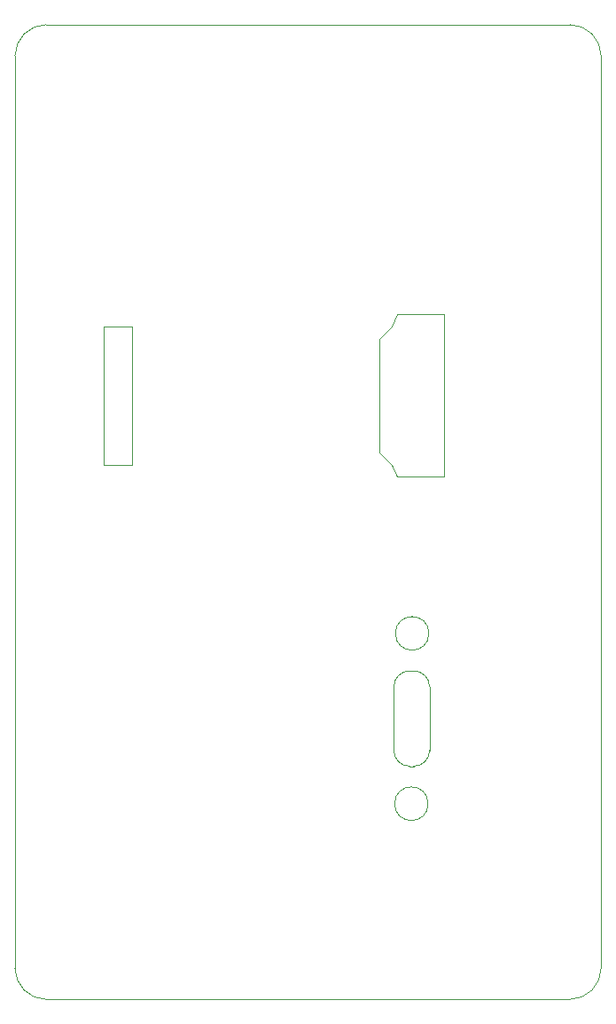
<source format=gbr>
%TF.GenerationSoftware,KiCad,Pcbnew,9.0.5-9.0.5~ubuntu24.04.1*%
%TF.CreationDate,2025-10-22T14:00:19+02:00*%
%TF.ProjectId,misrc_v2.5_back_panel,6d697372-635f-4763-922e-355f6261636b,rev?*%
%TF.SameCoordinates,Original*%
%TF.FileFunction,Profile,NP*%
%FSLAX46Y46*%
G04 Gerber Fmt 4.6, Leading zero omitted, Abs format (unit mm)*
G04 Created by KiCad (PCBNEW 9.0.5-9.0.5~ubuntu24.04.1) date 2025-10-22 14:00:19*
%MOMM*%
%LPD*%
G01*
G04 APERTURE LIST*
%TA.AperFunction,Profile*%
%ADD10C,0.050000*%
%TD*%
G04 APERTURE END LIST*
D10*
X86500000Y-96142100D02*
X91000000Y-96142100D01*
X86000000Y-95017100D02*
X86500000Y-96142100D01*
X103000000Y-53000000D02*
X53000000Y-53000000D01*
X88100000Y-114657600D02*
G75*
G02*
X89600000Y-116157597I0J-1500000D01*
G01*
X86200000Y-116157600D02*
G75*
G02*
X87700000Y-114657600I1500000J0D01*
G01*
X87700000Y-123757600D02*
G75*
G02*
X86200000Y-122257600I0J1500000D01*
G01*
X89600000Y-116157600D02*
X89600000Y-122257600D01*
X91000000Y-80642100D02*
X91000000Y-96142100D01*
X89600000Y-122257600D02*
G75*
G02*
X88100000Y-123757600I-1500000J0D01*
G01*
X84800000Y-82992100D02*
X86000000Y-81767100D01*
X50000000Y-56000000D02*
X50000000Y-143000000D01*
X87700000Y-123757600D02*
X88100000Y-123757600D01*
X106000000Y-143000000D02*
X106000000Y-56000000D01*
X58450000Y-81792100D02*
X61150000Y-81792100D01*
X61150000Y-94992100D01*
X58450000Y-94992100D01*
X58450000Y-81792100D01*
X89544200Y-111082600D02*
G75*
G02*
X86344200Y-111082600I-1600000J0D01*
G01*
X86344200Y-111082600D02*
G75*
G02*
X89544200Y-111082600I1600000J0D01*
G01*
X84800000Y-82992100D02*
X84800000Y-93792100D01*
X89468000Y-127332600D02*
G75*
G02*
X86268000Y-127332600I-1600000J0D01*
G01*
X86268000Y-127332600D02*
G75*
G02*
X89468000Y-127332600I1600000J0D01*
G01*
X50000000Y-56000000D02*
G75*
G02*
X53000000Y-53000000I3000000J0D01*
G01*
X103000000Y-53000000D02*
G75*
G02*
X106000000Y-56000000I0J-3000000D01*
G01*
X106000000Y-143000000D02*
G75*
G02*
X103000000Y-146000000I-3000000J0D01*
G01*
X86500000Y-80642100D02*
X91000000Y-80642100D01*
X86000000Y-81767100D02*
X86500000Y-80642100D01*
X84800000Y-93792100D02*
X86000000Y-95017100D01*
X53000000Y-146000000D02*
G75*
G02*
X50000000Y-143000000I0J3000000D01*
G01*
X86200000Y-116157600D02*
X86200000Y-122257600D01*
X87700000Y-114657600D02*
X88100000Y-114657600D01*
X53000000Y-146000000D02*
X103000000Y-146000000D01*
M02*

</source>
